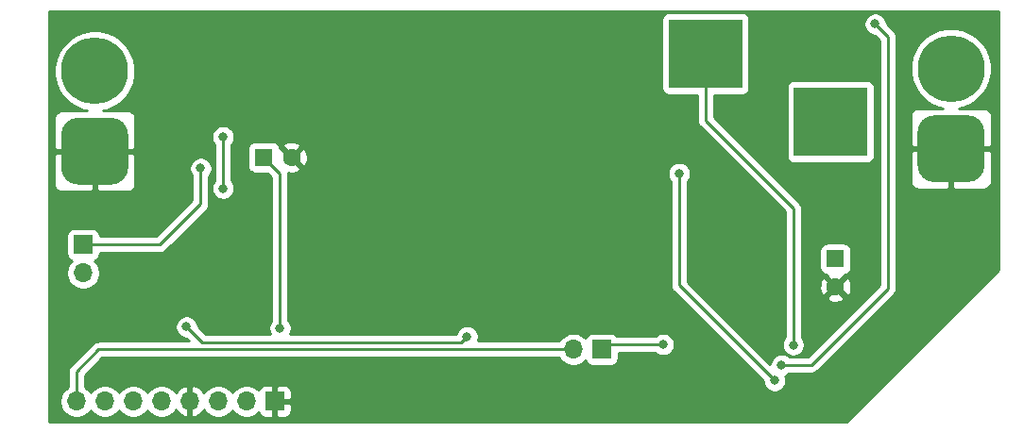
<source format=gbr>
%TF.GenerationSoftware,KiCad,Pcbnew,5.1.10*%
%TF.CreationDate,2021-11-10T11:07:09+01:00*%
%TF.ProjectId,Charging_Module,43686172-6769-46e6-975f-4d6f64756c65,rev?*%
%TF.SameCoordinates,Original*%
%TF.FileFunction,Copper,L2,Bot*%
%TF.FilePolarity,Positive*%
%FSLAX46Y46*%
G04 Gerber Fmt 4.6, Leading zero omitted, Abs format (unit mm)*
G04 Created by KiCad (PCBNEW 5.1.10) date 2021-11-10 11:07:09*
%MOMM*%
%LPD*%
G01*
G04 APERTURE LIST*
%TA.AperFunction,ComponentPad*%
%ADD10C,1.000000*%
%TD*%
%TA.AperFunction,SMDPad,CuDef*%
%ADD11R,6.598920X6.197600*%
%TD*%
%TA.AperFunction,ComponentPad*%
%ADD12C,6.000000*%
%TD*%
%TA.AperFunction,ComponentPad*%
%ADD13O,1.700000X1.700000*%
%TD*%
%TA.AperFunction,ComponentPad*%
%ADD14R,1.700000X1.700000*%
%TD*%
%TA.AperFunction,ComponentPad*%
%ADD15C,1.600000*%
%TD*%
%TA.AperFunction,ComponentPad*%
%ADD16R,1.600000X1.600000*%
%TD*%
%TA.AperFunction,ViaPad*%
%ADD17C,0.800000*%
%TD*%
%TA.AperFunction,Conductor*%
%ADD18C,0.250000*%
%TD*%
%TA.AperFunction,Conductor*%
%ADD19C,0.254000*%
%TD*%
%TA.AperFunction,Conductor*%
%ADD20C,0.100000*%
%TD*%
G04 APERTURE END LIST*
D10*
%TO.P,Q3,2*%
%TO.N,Net-(C5-Pad2)*%
X136940000Y-33660000D03*
X136940000Y-34930000D03*
X136940000Y-36200000D03*
X136940000Y-37470000D03*
X136940000Y-38740000D03*
X135670000Y-38740000D03*
X135670000Y-37470000D03*
X135670000Y-36200000D03*
X135670000Y-34930000D03*
X135670000Y-33660000D03*
X134400000Y-33660000D03*
X134400000Y-34930000D03*
X134400000Y-36200000D03*
X134400000Y-37470000D03*
X134400000Y-38740000D03*
X133130000Y-38740000D03*
X133130000Y-37470000D03*
X133130000Y-36200000D03*
X133130000Y-34930000D03*
X133130000Y-33660000D03*
X131860000Y-33660000D03*
X131860000Y-34930000D03*
X131860000Y-36200000D03*
X131860000Y-37470000D03*
X131860000Y-38740000D03*
D11*
X134400000Y-36200000D03*
%TD*%
D10*
%TO.P,Q2,2*%
%TO.N,/VIN*%
X143060000Y-44840000D03*
X143060000Y-43570000D03*
X143060000Y-42300000D03*
X143060000Y-41030000D03*
X143060000Y-39760000D03*
X144330000Y-39760000D03*
X144330000Y-41030000D03*
X144330000Y-42300000D03*
X144330000Y-43570000D03*
X144330000Y-44840000D03*
X145600000Y-44840000D03*
X145600000Y-43570000D03*
X145600000Y-42300000D03*
X145600000Y-41030000D03*
X145600000Y-39760000D03*
X146870000Y-39760000D03*
X146870000Y-41030000D03*
X146870000Y-42300000D03*
X146870000Y-43570000D03*
X146870000Y-44840000D03*
X148140000Y-44840000D03*
X148140000Y-43570000D03*
X148140000Y-42300000D03*
X148140000Y-41030000D03*
X148140000Y-39760000D03*
D11*
X145600000Y-42300000D03*
%TD*%
%TO.P,J5,1*%
%TO.N,GND*%
%TA.AperFunction,ComponentPad*%
G36*
G01*
X81150000Y-47950000D02*
X78150000Y-47950000D01*
G75*
G02*
X76650000Y-46450000I0J1500000D01*
G01*
X76650000Y-43450000D01*
G75*
G02*
X78150000Y-41950000I1500000J0D01*
G01*
X81150000Y-41950000D01*
G75*
G02*
X82650000Y-43450000I0J-1500000D01*
G01*
X82650000Y-46450000D01*
G75*
G02*
X81150000Y-47950000I-1500000J0D01*
G01*
G37*
%TD.AperFunction*%
D12*
%TO.P,J5,2*%
%TO.N,/VOUT*%
X79650000Y-37750000D03*
%TD*%
D13*
%TO.P,J4,2*%
%TO.N,Net-(D3-Pad2)*%
X78613000Y-55880000D03*
D14*
%TO.P,J4,1*%
%TO.N,Net-(J4-Pad1)*%
X78613000Y-53340000D03*
%TD*%
%TO.P,J3,1*%
%TO.N,GND*%
%TA.AperFunction,ComponentPad*%
G36*
G01*
X157900000Y-47730000D02*
X154900000Y-47730000D01*
G75*
G02*
X153400000Y-46230000I0J1500000D01*
G01*
X153400000Y-43230000D01*
G75*
G02*
X154900000Y-41730000I1500000J0D01*
G01*
X157900000Y-41730000D01*
G75*
G02*
X159400000Y-43230000I0J-1500000D01*
G01*
X159400000Y-46230000D01*
G75*
G02*
X157900000Y-47730000I-1500000J0D01*
G01*
G37*
%TD.AperFunction*%
D12*
%TO.P,J3,2*%
%TO.N,/VIN*%
X156400000Y-37530000D03*
%TD*%
D13*
%TO.P,J2,2*%
%TO.N,Net-(J1-Pad8)*%
X122555000Y-62738000D03*
D14*
%TO.P,J2,1*%
%TO.N,/EN*%
X125095000Y-62738000D03*
%TD*%
D13*
%TO.P,J1,8*%
%TO.N,Net-(J1-Pad8)*%
X78020000Y-67400000D03*
%TO.P,J1,7*%
%TO.N,/SCL*%
X80560000Y-67400000D03*
%TO.P,J1,6*%
%TO.N,/SDA*%
X83100000Y-67400000D03*
%TO.P,J1,5*%
%TO.N,+3V3*%
X85640000Y-67400000D03*
%TO.P,J1,4*%
%TO.N,GND*%
X88180000Y-67400000D03*
%TO.P,J1,3*%
%TO.N,/IOUT*%
X90720000Y-67400000D03*
%TO.P,J1,2*%
%TO.N,/VINDIV*%
X93260000Y-67400000D03*
D14*
%TO.P,J1,1*%
%TO.N,GND*%
X95800000Y-67400000D03*
%TD*%
D15*
%TO.P,C10,2*%
%TO.N,GND*%
X97300000Y-45500000D03*
D16*
%TO.P,C10,1*%
%TO.N,Net-(C10-Pad1)*%
X94800000Y-45500000D03*
%TD*%
D15*
%TO.P,C4,2*%
%TO.N,GND*%
X146050000Y-57110000D03*
D16*
%TO.P,C4,1*%
%TO.N,/VIN*%
X146050000Y-54610000D03*
%TD*%
D17*
%TO.N,GND*%
X106680000Y-64770000D03*
X92710000Y-53340000D03*
X102870000Y-44450000D03*
X134620000Y-63500000D03*
X130800000Y-59700000D03*
X138600000Y-58600000D03*
X130400000Y-64600000D03*
%TO.N,Net-(C5-Pad2)*%
X142262500Y-62337500D03*
%TO.N,Net-(C7-Pad2)*%
X87884000Y-60706000D03*
X113030000Y-61595000D03*
%TO.N,Net-(C10-Pad1)*%
X96266000Y-60833000D03*
%TO.N,/IOUT*%
X91158500Y-48287500D03*
X91158500Y-43660500D03*
%TO.N,/EN*%
X130600000Y-62300000D03*
%TO.N,Net-(J4-Pad1)*%
X89154000Y-46482000D03*
%TO.N,Net-(Q2-Pad1)*%
X149606000Y-33528000D03*
X141224000Y-64135000D03*
%TO.N,Net-(Q3-Pad1)*%
X132027640Y-46937640D03*
X140589000Y-65532000D03*
%TD*%
D18*
%TO.N,Net-(C5-Pad2)*%
X142262500Y-62337500D02*
X142262500Y-50062500D01*
X134400000Y-42200000D02*
X134400000Y-36200000D01*
X142262500Y-50062500D02*
X134400000Y-42200000D01*
%TO.N,Net-(C7-Pad2)*%
X87884000Y-60706000D02*
X89281000Y-62103000D01*
X89281000Y-62103000D02*
X112522000Y-62103000D01*
X112522000Y-62103000D02*
X113030000Y-61595000D01*
X113030000Y-61595000D02*
X113030000Y-61595000D01*
%TO.N,Net-(C10-Pad1)*%
X96266000Y-46966000D02*
X94800000Y-45500000D01*
X96266000Y-60833000D02*
X96266000Y-46966000D01*
%TO.N,/IOUT*%
X91158500Y-48287500D02*
X91158500Y-43660500D01*
X91158500Y-43660500D02*
X91158500Y-43660500D01*
%TO.N,/EN*%
X125533000Y-62300000D02*
X125095000Y-62738000D01*
X130600000Y-62300000D02*
X125533000Y-62300000D01*
%TO.N,Net-(J4-Pad1)*%
X89154000Y-46482000D02*
X89154000Y-49657000D01*
X85471000Y-53340000D02*
X78613000Y-53340000D01*
X89154000Y-49657000D02*
X85471000Y-53340000D01*
%TO.N,Net-(Q2-Pad1)*%
X149606000Y-33528000D02*
X150749000Y-34671000D01*
X150749000Y-34671000D02*
X150749000Y-57277000D01*
X150749000Y-57277000D02*
X143891000Y-64135000D01*
X143891000Y-64135000D02*
X141224000Y-64135000D01*
X141224000Y-64135000D02*
X141224000Y-64135000D01*
%TO.N,Net-(Q3-Pad1)*%
X132027640Y-46937640D02*
X132027640Y-56970640D01*
X132027640Y-56970640D02*
X140589000Y-65532000D01*
X140589000Y-65532000D02*
X140589000Y-65532000D01*
%TO.N,Net-(J1-Pad8)*%
X78020000Y-67400000D02*
X78020000Y-64728000D01*
X80010000Y-62738000D02*
X122555000Y-62738000D01*
X78020000Y-64728000D02*
X80010000Y-62738000D01*
%TD*%
D19*
%TO.N,GND*%
X160630000Y-55606619D02*
X147046620Y-69190000D01*
X75590000Y-69190000D01*
X75590000Y-67253740D01*
X76535000Y-67253740D01*
X76535000Y-67546260D01*
X76592068Y-67833158D01*
X76704010Y-68103411D01*
X76866525Y-68346632D01*
X77073368Y-68553475D01*
X77316589Y-68715990D01*
X77586842Y-68827932D01*
X77873740Y-68885000D01*
X78166260Y-68885000D01*
X78453158Y-68827932D01*
X78723411Y-68715990D01*
X78966632Y-68553475D01*
X79173475Y-68346632D01*
X79290000Y-68172240D01*
X79406525Y-68346632D01*
X79613368Y-68553475D01*
X79856589Y-68715990D01*
X80126842Y-68827932D01*
X80413740Y-68885000D01*
X80706260Y-68885000D01*
X80993158Y-68827932D01*
X81263411Y-68715990D01*
X81506632Y-68553475D01*
X81713475Y-68346632D01*
X81830000Y-68172240D01*
X81946525Y-68346632D01*
X82153368Y-68553475D01*
X82396589Y-68715990D01*
X82666842Y-68827932D01*
X82953740Y-68885000D01*
X83246260Y-68885000D01*
X83533158Y-68827932D01*
X83803411Y-68715990D01*
X84046632Y-68553475D01*
X84253475Y-68346632D01*
X84370000Y-68172240D01*
X84486525Y-68346632D01*
X84693368Y-68553475D01*
X84936589Y-68715990D01*
X85206842Y-68827932D01*
X85493740Y-68885000D01*
X85786260Y-68885000D01*
X86073158Y-68827932D01*
X86343411Y-68715990D01*
X86586632Y-68553475D01*
X86793475Y-68346632D01*
X86915195Y-68164466D01*
X86984822Y-68281355D01*
X87179731Y-68497588D01*
X87413080Y-68671641D01*
X87675901Y-68796825D01*
X87823110Y-68841476D01*
X88053000Y-68720155D01*
X88053000Y-67527000D01*
X88033000Y-67527000D01*
X88033000Y-67273000D01*
X88053000Y-67273000D01*
X88053000Y-66079845D01*
X88307000Y-66079845D01*
X88307000Y-67273000D01*
X88327000Y-67273000D01*
X88327000Y-67527000D01*
X88307000Y-67527000D01*
X88307000Y-68720155D01*
X88536890Y-68841476D01*
X88684099Y-68796825D01*
X88946920Y-68671641D01*
X89180269Y-68497588D01*
X89375178Y-68281355D01*
X89444805Y-68164466D01*
X89566525Y-68346632D01*
X89773368Y-68553475D01*
X90016589Y-68715990D01*
X90286842Y-68827932D01*
X90573740Y-68885000D01*
X90866260Y-68885000D01*
X91153158Y-68827932D01*
X91423411Y-68715990D01*
X91666632Y-68553475D01*
X91873475Y-68346632D01*
X91990000Y-68172240D01*
X92106525Y-68346632D01*
X92313368Y-68553475D01*
X92556589Y-68715990D01*
X92826842Y-68827932D01*
X93113740Y-68885000D01*
X93406260Y-68885000D01*
X93693158Y-68827932D01*
X93963411Y-68715990D01*
X94206632Y-68553475D01*
X94338487Y-68421620D01*
X94360498Y-68494180D01*
X94419463Y-68604494D01*
X94498815Y-68701185D01*
X94595506Y-68780537D01*
X94705820Y-68839502D01*
X94825518Y-68875812D01*
X94950000Y-68888072D01*
X95514250Y-68885000D01*
X95673000Y-68726250D01*
X95673000Y-67527000D01*
X95927000Y-67527000D01*
X95927000Y-68726250D01*
X96085750Y-68885000D01*
X96650000Y-68888072D01*
X96774482Y-68875812D01*
X96894180Y-68839502D01*
X97004494Y-68780537D01*
X97101185Y-68701185D01*
X97180537Y-68604494D01*
X97239502Y-68494180D01*
X97275812Y-68374482D01*
X97288072Y-68250000D01*
X97285000Y-67685750D01*
X97126250Y-67527000D01*
X95927000Y-67527000D01*
X95673000Y-67527000D01*
X95653000Y-67527000D01*
X95653000Y-67273000D01*
X95673000Y-67273000D01*
X95673000Y-66073750D01*
X95927000Y-66073750D01*
X95927000Y-67273000D01*
X97126250Y-67273000D01*
X97285000Y-67114250D01*
X97288072Y-66550000D01*
X97275812Y-66425518D01*
X97239502Y-66305820D01*
X97180537Y-66195506D01*
X97101185Y-66098815D01*
X97004494Y-66019463D01*
X96894180Y-65960498D01*
X96774482Y-65924188D01*
X96650000Y-65911928D01*
X96085750Y-65915000D01*
X95927000Y-66073750D01*
X95673000Y-66073750D01*
X95514250Y-65915000D01*
X94950000Y-65911928D01*
X94825518Y-65924188D01*
X94705820Y-65960498D01*
X94595506Y-66019463D01*
X94498815Y-66098815D01*
X94419463Y-66195506D01*
X94360498Y-66305820D01*
X94338487Y-66378380D01*
X94206632Y-66246525D01*
X93963411Y-66084010D01*
X93693158Y-65972068D01*
X93406260Y-65915000D01*
X93113740Y-65915000D01*
X92826842Y-65972068D01*
X92556589Y-66084010D01*
X92313368Y-66246525D01*
X92106525Y-66453368D01*
X91990000Y-66627760D01*
X91873475Y-66453368D01*
X91666632Y-66246525D01*
X91423411Y-66084010D01*
X91153158Y-65972068D01*
X90866260Y-65915000D01*
X90573740Y-65915000D01*
X90286842Y-65972068D01*
X90016589Y-66084010D01*
X89773368Y-66246525D01*
X89566525Y-66453368D01*
X89444805Y-66635534D01*
X89375178Y-66518645D01*
X89180269Y-66302412D01*
X88946920Y-66128359D01*
X88684099Y-66003175D01*
X88536890Y-65958524D01*
X88307000Y-66079845D01*
X88053000Y-66079845D01*
X87823110Y-65958524D01*
X87675901Y-66003175D01*
X87413080Y-66128359D01*
X87179731Y-66302412D01*
X86984822Y-66518645D01*
X86915195Y-66635534D01*
X86793475Y-66453368D01*
X86586632Y-66246525D01*
X86343411Y-66084010D01*
X86073158Y-65972068D01*
X85786260Y-65915000D01*
X85493740Y-65915000D01*
X85206842Y-65972068D01*
X84936589Y-66084010D01*
X84693368Y-66246525D01*
X84486525Y-66453368D01*
X84370000Y-66627760D01*
X84253475Y-66453368D01*
X84046632Y-66246525D01*
X83803411Y-66084010D01*
X83533158Y-65972068D01*
X83246260Y-65915000D01*
X82953740Y-65915000D01*
X82666842Y-65972068D01*
X82396589Y-66084010D01*
X82153368Y-66246525D01*
X81946525Y-66453368D01*
X81830000Y-66627760D01*
X81713475Y-66453368D01*
X81506632Y-66246525D01*
X81263411Y-66084010D01*
X80993158Y-65972068D01*
X80706260Y-65915000D01*
X80413740Y-65915000D01*
X80126842Y-65972068D01*
X79856589Y-66084010D01*
X79613368Y-66246525D01*
X79406525Y-66453368D01*
X79290000Y-66627760D01*
X79173475Y-66453368D01*
X78966632Y-66246525D01*
X78780000Y-66121822D01*
X78780000Y-65042801D01*
X80324802Y-63498000D01*
X121276822Y-63498000D01*
X121401525Y-63684632D01*
X121608368Y-63891475D01*
X121851589Y-64053990D01*
X122121842Y-64165932D01*
X122408740Y-64223000D01*
X122701260Y-64223000D01*
X122988158Y-64165932D01*
X123258411Y-64053990D01*
X123501632Y-63891475D01*
X123633487Y-63759620D01*
X123655498Y-63832180D01*
X123714463Y-63942494D01*
X123793815Y-64039185D01*
X123890506Y-64118537D01*
X124000820Y-64177502D01*
X124120518Y-64213812D01*
X124245000Y-64226072D01*
X125945000Y-64226072D01*
X126069482Y-64213812D01*
X126189180Y-64177502D01*
X126299494Y-64118537D01*
X126396185Y-64039185D01*
X126475537Y-63942494D01*
X126534502Y-63832180D01*
X126570812Y-63712482D01*
X126583072Y-63588000D01*
X126583072Y-63060000D01*
X129896289Y-63060000D01*
X129940226Y-63103937D01*
X130109744Y-63217205D01*
X130298102Y-63295226D01*
X130498061Y-63335000D01*
X130701939Y-63335000D01*
X130901898Y-63295226D01*
X131090256Y-63217205D01*
X131259774Y-63103937D01*
X131403937Y-62959774D01*
X131517205Y-62790256D01*
X131595226Y-62601898D01*
X131635000Y-62401939D01*
X131635000Y-62198061D01*
X131595226Y-61998102D01*
X131517205Y-61809744D01*
X131403937Y-61640226D01*
X131259774Y-61496063D01*
X131090256Y-61382795D01*
X130901898Y-61304774D01*
X130701939Y-61265000D01*
X130498061Y-61265000D01*
X130298102Y-61304774D01*
X130109744Y-61382795D01*
X129940226Y-61496063D01*
X129896289Y-61540000D01*
X126479008Y-61540000D01*
X126475537Y-61533506D01*
X126396185Y-61436815D01*
X126299494Y-61357463D01*
X126189180Y-61298498D01*
X126069482Y-61262188D01*
X125945000Y-61249928D01*
X124245000Y-61249928D01*
X124120518Y-61262188D01*
X124000820Y-61298498D01*
X123890506Y-61357463D01*
X123793815Y-61436815D01*
X123714463Y-61533506D01*
X123655498Y-61643820D01*
X123633487Y-61716380D01*
X123501632Y-61584525D01*
X123258411Y-61422010D01*
X122988158Y-61310068D01*
X122701260Y-61253000D01*
X122408740Y-61253000D01*
X122121842Y-61310068D01*
X121851589Y-61422010D01*
X121608368Y-61584525D01*
X121401525Y-61791368D01*
X121276822Y-61978000D01*
X113991632Y-61978000D01*
X114025226Y-61896898D01*
X114065000Y-61696939D01*
X114065000Y-61493061D01*
X114025226Y-61293102D01*
X113947205Y-61104744D01*
X113833937Y-60935226D01*
X113689774Y-60791063D01*
X113520256Y-60677795D01*
X113331898Y-60599774D01*
X113131939Y-60560000D01*
X112928061Y-60560000D01*
X112728102Y-60599774D01*
X112539744Y-60677795D01*
X112370226Y-60791063D01*
X112226063Y-60935226D01*
X112112795Y-61104744D01*
X112034774Y-61293102D01*
X112024849Y-61343000D01*
X97170013Y-61343000D01*
X97183205Y-61323256D01*
X97261226Y-61134898D01*
X97301000Y-60934939D01*
X97301000Y-60731061D01*
X97261226Y-60531102D01*
X97183205Y-60342744D01*
X97069937Y-60173226D01*
X97026000Y-60129289D01*
X97026000Y-47003322D01*
X97029676Y-46965999D01*
X97026000Y-46928676D01*
X97026000Y-46928667D01*
X97024187Y-46910258D01*
X97088184Y-46926300D01*
X97370512Y-46940217D01*
X97650130Y-46898787D01*
X97826536Y-46835701D01*
X130992640Y-46835701D01*
X130992640Y-47039579D01*
X131032414Y-47239538D01*
X131110435Y-47427896D01*
X131223703Y-47597414D01*
X131267640Y-47641351D01*
X131267641Y-56933308D01*
X131263964Y-56970640D01*
X131267641Y-57007973D01*
X131278638Y-57119626D01*
X131291820Y-57163082D01*
X131322094Y-57262886D01*
X131392666Y-57394916D01*
X131463841Y-57481642D01*
X131487640Y-57510641D01*
X131516638Y-57534439D01*
X139554000Y-65571803D01*
X139554000Y-65633939D01*
X139593774Y-65833898D01*
X139671795Y-66022256D01*
X139785063Y-66191774D01*
X139929226Y-66335937D01*
X140098744Y-66449205D01*
X140287102Y-66527226D01*
X140487061Y-66567000D01*
X140690939Y-66567000D01*
X140890898Y-66527226D01*
X141079256Y-66449205D01*
X141248774Y-66335937D01*
X141392937Y-66191774D01*
X141506205Y-66022256D01*
X141584226Y-65833898D01*
X141624000Y-65633939D01*
X141624000Y-65430061D01*
X141584226Y-65230102D01*
X141540372Y-65124231D01*
X141714256Y-65052205D01*
X141883774Y-64938937D01*
X141927711Y-64895000D01*
X143853678Y-64895000D01*
X143891000Y-64898676D01*
X143928322Y-64895000D01*
X143928333Y-64895000D01*
X144039986Y-64884003D01*
X144183247Y-64840546D01*
X144315276Y-64769974D01*
X144431001Y-64675001D01*
X144454804Y-64645997D01*
X151260003Y-57840799D01*
X151289001Y-57817001D01*
X151383974Y-57701276D01*
X151454546Y-57569247D01*
X151498003Y-57425986D01*
X151509000Y-57314333D01*
X151512677Y-57277000D01*
X151509000Y-57239667D01*
X151509000Y-47730000D01*
X152761928Y-47730000D01*
X152774188Y-47854482D01*
X152810498Y-47974180D01*
X152869463Y-48084494D01*
X152948815Y-48181185D01*
X153045506Y-48260537D01*
X153155820Y-48319502D01*
X153275518Y-48355812D01*
X153400000Y-48368072D01*
X156114250Y-48365000D01*
X156273000Y-48206250D01*
X156273000Y-44857000D01*
X156527000Y-44857000D01*
X156527000Y-48206250D01*
X156685750Y-48365000D01*
X159400000Y-48368072D01*
X159524482Y-48355812D01*
X159644180Y-48319502D01*
X159754494Y-48260537D01*
X159851185Y-48181185D01*
X159930537Y-48084494D01*
X159989502Y-47974180D01*
X160025812Y-47854482D01*
X160038072Y-47730000D01*
X160035000Y-45015750D01*
X159876250Y-44857000D01*
X156527000Y-44857000D01*
X156273000Y-44857000D01*
X152923750Y-44857000D01*
X152765000Y-45015750D01*
X152761928Y-47730000D01*
X151509000Y-47730000D01*
X151509000Y-41730000D01*
X152761928Y-41730000D01*
X152765000Y-44444250D01*
X152923750Y-44603000D01*
X156273000Y-44603000D01*
X156273000Y-44583000D01*
X156527000Y-44583000D01*
X156527000Y-44603000D01*
X159876250Y-44603000D01*
X160035000Y-44444250D01*
X160038072Y-41730000D01*
X160025812Y-41605518D01*
X159989502Y-41485820D01*
X159930537Y-41375506D01*
X159851185Y-41278815D01*
X159754494Y-41199463D01*
X159644180Y-41140498D01*
X159524482Y-41104188D01*
X159400000Y-41091928D01*
X157112357Y-41094517D01*
X157460290Y-41025309D01*
X158121818Y-40751295D01*
X158717177Y-40353489D01*
X159223489Y-39847177D01*
X159621295Y-39251818D01*
X159895309Y-38590290D01*
X160035000Y-37888016D01*
X160035000Y-37171984D01*
X159895309Y-36469710D01*
X159621295Y-35808182D01*
X159223489Y-35212823D01*
X158717177Y-34706511D01*
X158121818Y-34308705D01*
X157460290Y-34034691D01*
X156758016Y-33895000D01*
X156041984Y-33895000D01*
X155339710Y-34034691D01*
X154678182Y-34308705D01*
X154082823Y-34706511D01*
X153576511Y-35212823D01*
X153178705Y-35808182D01*
X152904691Y-36469710D01*
X152765000Y-37171984D01*
X152765000Y-37888016D01*
X152904691Y-38590290D01*
X153178705Y-39251818D01*
X153576511Y-39847177D01*
X154082823Y-40353489D01*
X154678182Y-40751295D01*
X155339710Y-41025309D01*
X155687643Y-41094517D01*
X153400000Y-41091928D01*
X153275518Y-41104188D01*
X153155820Y-41140498D01*
X153045506Y-41199463D01*
X152948815Y-41278815D01*
X152869463Y-41375506D01*
X152810498Y-41485820D01*
X152774188Y-41605518D01*
X152761928Y-41730000D01*
X151509000Y-41730000D01*
X151509000Y-34708322D01*
X151512676Y-34670999D01*
X151509000Y-34633676D01*
X151509000Y-34633667D01*
X151498003Y-34522014D01*
X151454546Y-34378753D01*
X151383975Y-34246725D01*
X151383974Y-34246723D01*
X151312799Y-34159997D01*
X151289001Y-34130999D01*
X151260004Y-34107202D01*
X150641000Y-33488199D01*
X150641000Y-33426061D01*
X150601226Y-33226102D01*
X150523205Y-33037744D01*
X150409937Y-32868226D01*
X150265774Y-32724063D01*
X150096256Y-32610795D01*
X149907898Y-32532774D01*
X149707939Y-32493000D01*
X149504061Y-32493000D01*
X149304102Y-32532774D01*
X149115744Y-32610795D01*
X148946226Y-32724063D01*
X148802063Y-32868226D01*
X148688795Y-33037744D01*
X148610774Y-33226102D01*
X148571000Y-33426061D01*
X148571000Y-33629939D01*
X148610774Y-33829898D01*
X148688795Y-34018256D01*
X148802063Y-34187774D01*
X148946226Y-34331937D01*
X149115744Y-34445205D01*
X149304102Y-34523226D01*
X149504061Y-34563000D01*
X149566199Y-34563000D01*
X149989000Y-34985802D01*
X149989001Y-56962197D01*
X143576199Y-63375000D01*
X141927711Y-63375000D01*
X141883774Y-63331063D01*
X141714256Y-63217795D01*
X141525898Y-63139774D01*
X141325939Y-63100000D01*
X141122061Y-63100000D01*
X140922102Y-63139774D01*
X140733744Y-63217795D01*
X140564226Y-63331063D01*
X140420063Y-63475226D01*
X140306795Y-63644744D01*
X140228774Y-63833102D01*
X140189000Y-64033061D01*
X140189000Y-64057197D01*
X132787640Y-56655839D01*
X132787640Y-47641351D01*
X132831577Y-47597414D01*
X132944845Y-47427896D01*
X133022866Y-47239538D01*
X133062640Y-47039579D01*
X133062640Y-46835701D01*
X133022866Y-46635742D01*
X132944845Y-46447384D01*
X132831577Y-46277866D01*
X132687414Y-46133703D01*
X132517896Y-46020435D01*
X132329538Y-45942414D01*
X132129579Y-45902640D01*
X131925701Y-45902640D01*
X131725742Y-45942414D01*
X131537384Y-46020435D01*
X131367866Y-46133703D01*
X131223703Y-46277866D01*
X131110435Y-46447384D01*
X131032414Y-46635742D01*
X130992640Y-46835701D01*
X97826536Y-46835701D01*
X97916292Y-46803603D01*
X98041514Y-46736671D01*
X98113097Y-46492702D01*
X97300000Y-45679605D01*
X97285858Y-45693748D01*
X97106253Y-45514143D01*
X97120395Y-45500000D01*
X97479605Y-45500000D01*
X98292702Y-46313097D01*
X98536671Y-46241514D01*
X98657571Y-45986004D01*
X98726300Y-45711816D01*
X98740217Y-45429488D01*
X98698787Y-45149870D01*
X98603603Y-44883708D01*
X98536671Y-44758486D01*
X98292702Y-44686903D01*
X97479605Y-45500000D01*
X97120395Y-45500000D01*
X96307298Y-44686903D01*
X96238072Y-44707215D01*
X96238072Y-44700000D01*
X96225812Y-44575518D01*
X96205118Y-44507298D01*
X96486903Y-44507298D01*
X97300000Y-45320395D01*
X98113097Y-44507298D01*
X98041514Y-44263329D01*
X97786004Y-44142429D01*
X97511816Y-44073700D01*
X97229488Y-44059783D01*
X96949870Y-44101213D01*
X96683708Y-44196397D01*
X96558486Y-44263329D01*
X96486903Y-44507298D01*
X96205118Y-44507298D01*
X96189502Y-44455820D01*
X96130537Y-44345506D01*
X96051185Y-44248815D01*
X95954494Y-44169463D01*
X95844180Y-44110498D01*
X95724482Y-44074188D01*
X95600000Y-44061928D01*
X94000000Y-44061928D01*
X93875518Y-44074188D01*
X93755820Y-44110498D01*
X93645506Y-44169463D01*
X93548815Y-44248815D01*
X93469463Y-44345506D01*
X93410498Y-44455820D01*
X93374188Y-44575518D01*
X93361928Y-44700000D01*
X93361928Y-46300000D01*
X93374188Y-46424482D01*
X93410498Y-46544180D01*
X93469463Y-46654494D01*
X93548815Y-46751185D01*
X93645506Y-46830537D01*
X93755820Y-46889502D01*
X93875518Y-46925812D01*
X94000000Y-46938072D01*
X95163270Y-46938072D01*
X95506001Y-47280803D01*
X95506000Y-60129289D01*
X95462063Y-60173226D01*
X95348795Y-60342744D01*
X95270774Y-60531102D01*
X95231000Y-60731061D01*
X95231000Y-60934939D01*
X95270774Y-61134898D01*
X95348795Y-61323256D01*
X95361987Y-61343000D01*
X89595802Y-61343000D01*
X88919000Y-60666199D01*
X88919000Y-60604061D01*
X88879226Y-60404102D01*
X88801205Y-60215744D01*
X88687937Y-60046226D01*
X88543774Y-59902063D01*
X88374256Y-59788795D01*
X88185898Y-59710774D01*
X87985939Y-59671000D01*
X87782061Y-59671000D01*
X87582102Y-59710774D01*
X87393744Y-59788795D01*
X87224226Y-59902063D01*
X87080063Y-60046226D01*
X86966795Y-60215744D01*
X86888774Y-60404102D01*
X86849000Y-60604061D01*
X86849000Y-60807939D01*
X86888774Y-61007898D01*
X86966795Y-61196256D01*
X87080063Y-61365774D01*
X87224226Y-61509937D01*
X87393744Y-61623205D01*
X87582102Y-61701226D01*
X87782061Y-61741000D01*
X87844199Y-61741000D01*
X88081198Y-61978000D01*
X80047322Y-61978000D01*
X80010000Y-61974324D01*
X79972677Y-61978000D01*
X79972667Y-61978000D01*
X79861014Y-61988997D01*
X79717753Y-62032454D01*
X79585723Y-62103026D01*
X79546762Y-62135001D01*
X79469999Y-62197999D01*
X79446201Y-62226997D01*
X77508998Y-64164201D01*
X77480000Y-64187999D01*
X77456202Y-64216997D01*
X77456201Y-64216998D01*
X77385026Y-64303724D01*
X77314454Y-64435754D01*
X77295876Y-64497000D01*
X77276986Y-64559276D01*
X77270998Y-64579015D01*
X77256324Y-64728000D01*
X77260001Y-64765332D01*
X77260000Y-66121821D01*
X77073368Y-66246525D01*
X76866525Y-66453368D01*
X76704010Y-66696589D01*
X76592068Y-66966842D01*
X76535000Y-67253740D01*
X75590000Y-67253740D01*
X75590000Y-52490000D01*
X77124928Y-52490000D01*
X77124928Y-54190000D01*
X77137188Y-54314482D01*
X77173498Y-54434180D01*
X77232463Y-54544494D01*
X77311815Y-54641185D01*
X77408506Y-54720537D01*
X77518820Y-54779502D01*
X77591380Y-54801513D01*
X77459525Y-54933368D01*
X77297010Y-55176589D01*
X77185068Y-55446842D01*
X77128000Y-55733740D01*
X77128000Y-56026260D01*
X77185068Y-56313158D01*
X77297010Y-56583411D01*
X77459525Y-56826632D01*
X77666368Y-57033475D01*
X77909589Y-57195990D01*
X78179842Y-57307932D01*
X78466740Y-57365000D01*
X78759260Y-57365000D01*
X79046158Y-57307932D01*
X79316411Y-57195990D01*
X79559632Y-57033475D01*
X79766475Y-56826632D01*
X79928990Y-56583411D01*
X80040932Y-56313158D01*
X80098000Y-56026260D01*
X80098000Y-55733740D01*
X80040932Y-55446842D01*
X79928990Y-55176589D01*
X79766475Y-54933368D01*
X79634620Y-54801513D01*
X79707180Y-54779502D01*
X79817494Y-54720537D01*
X79914185Y-54641185D01*
X79993537Y-54544494D01*
X80052502Y-54434180D01*
X80088812Y-54314482D01*
X80101072Y-54190000D01*
X80101072Y-54100000D01*
X85433678Y-54100000D01*
X85471000Y-54103676D01*
X85508322Y-54100000D01*
X85508333Y-54100000D01*
X85619986Y-54089003D01*
X85763247Y-54045546D01*
X85895276Y-53974974D01*
X86011001Y-53880001D01*
X86034804Y-53850997D01*
X89665003Y-50220799D01*
X89694001Y-50197001D01*
X89788974Y-50081276D01*
X89859546Y-49949247D01*
X89903003Y-49805986D01*
X89914000Y-49694333D01*
X89917677Y-49657000D01*
X89914000Y-49619667D01*
X89914000Y-47185711D01*
X89957937Y-47141774D01*
X90071205Y-46972256D01*
X90149226Y-46783898D01*
X90189000Y-46583939D01*
X90189000Y-46380061D01*
X90149226Y-46180102D01*
X90071205Y-45991744D01*
X89957937Y-45822226D01*
X89813774Y-45678063D01*
X89644256Y-45564795D01*
X89455898Y-45486774D01*
X89255939Y-45447000D01*
X89052061Y-45447000D01*
X88852102Y-45486774D01*
X88663744Y-45564795D01*
X88494226Y-45678063D01*
X88350063Y-45822226D01*
X88236795Y-45991744D01*
X88158774Y-46180102D01*
X88119000Y-46380061D01*
X88119000Y-46583939D01*
X88158774Y-46783898D01*
X88236795Y-46972256D01*
X88350063Y-47141774D01*
X88394000Y-47185711D01*
X88394001Y-49342197D01*
X85156199Y-52580000D01*
X80101072Y-52580000D01*
X80101072Y-52490000D01*
X80088812Y-52365518D01*
X80052502Y-52245820D01*
X79993537Y-52135506D01*
X79914185Y-52038815D01*
X79817494Y-51959463D01*
X79707180Y-51900498D01*
X79587482Y-51864188D01*
X79463000Y-51851928D01*
X77763000Y-51851928D01*
X77638518Y-51864188D01*
X77518820Y-51900498D01*
X77408506Y-51959463D01*
X77311815Y-52038815D01*
X77232463Y-52135506D01*
X77173498Y-52245820D01*
X77137188Y-52365518D01*
X77124928Y-52490000D01*
X75590000Y-52490000D01*
X75590000Y-47950000D01*
X76011928Y-47950000D01*
X76024188Y-48074482D01*
X76060498Y-48194180D01*
X76119463Y-48304494D01*
X76198815Y-48401185D01*
X76295506Y-48480537D01*
X76405820Y-48539502D01*
X76525518Y-48575812D01*
X76650000Y-48588072D01*
X79364250Y-48585000D01*
X79523000Y-48426250D01*
X79523000Y-45077000D01*
X79777000Y-45077000D01*
X79777000Y-48426250D01*
X79935750Y-48585000D01*
X82650000Y-48588072D01*
X82774482Y-48575812D01*
X82894180Y-48539502D01*
X83004494Y-48480537D01*
X83101185Y-48401185D01*
X83180537Y-48304494D01*
X83239502Y-48194180D01*
X83275812Y-48074482D01*
X83288072Y-47950000D01*
X83285000Y-45235750D01*
X83126250Y-45077000D01*
X79777000Y-45077000D01*
X79523000Y-45077000D01*
X76173750Y-45077000D01*
X76015000Y-45235750D01*
X76011928Y-47950000D01*
X75590000Y-47950000D01*
X75590000Y-41950000D01*
X76011928Y-41950000D01*
X76015000Y-44664250D01*
X76173750Y-44823000D01*
X79523000Y-44823000D01*
X79523000Y-44803000D01*
X79777000Y-44803000D01*
X79777000Y-44823000D01*
X83126250Y-44823000D01*
X83285000Y-44664250D01*
X83286251Y-43558561D01*
X90123500Y-43558561D01*
X90123500Y-43762439D01*
X90163274Y-43962398D01*
X90241295Y-44150756D01*
X90354563Y-44320274D01*
X90398501Y-44364212D01*
X90398500Y-47583789D01*
X90354563Y-47627726D01*
X90241295Y-47797244D01*
X90163274Y-47985602D01*
X90123500Y-48185561D01*
X90123500Y-48389439D01*
X90163274Y-48589398D01*
X90241295Y-48777756D01*
X90354563Y-48947274D01*
X90498726Y-49091437D01*
X90668244Y-49204705D01*
X90856602Y-49282726D01*
X91056561Y-49322500D01*
X91260439Y-49322500D01*
X91460398Y-49282726D01*
X91648756Y-49204705D01*
X91818274Y-49091437D01*
X91962437Y-48947274D01*
X92075705Y-48777756D01*
X92153726Y-48589398D01*
X92193500Y-48389439D01*
X92193500Y-48185561D01*
X92153726Y-47985602D01*
X92075705Y-47797244D01*
X91962437Y-47627726D01*
X91918500Y-47583789D01*
X91918500Y-44364211D01*
X91962437Y-44320274D01*
X92075705Y-44150756D01*
X92153726Y-43962398D01*
X92193500Y-43762439D01*
X92193500Y-43558561D01*
X92153726Y-43358602D01*
X92075705Y-43170244D01*
X91962437Y-43000726D01*
X91818274Y-42856563D01*
X91648756Y-42743295D01*
X91460398Y-42665274D01*
X91260439Y-42625500D01*
X91056561Y-42625500D01*
X90856602Y-42665274D01*
X90668244Y-42743295D01*
X90498726Y-42856563D01*
X90354563Y-43000726D01*
X90241295Y-43170244D01*
X90163274Y-43358602D01*
X90123500Y-43558561D01*
X83286251Y-43558561D01*
X83288072Y-41950000D01*
X83275812Y-41825518D01*
X83239502Y-41705820D01*
X83180537Y-41595506D01*
X83101185Y-41498815D01*
X83004494Y-41419463D01*
X82894180Y-41360498D01*
X82774482Y-41324188D01*
X82650000Y-41311928D01*
X80362357Y-41314517D01*
X80710290Y-41245309D01*
X81371818Y-40971295D01*
X81967177Y-40573489D01*
X82473489Y-40067177D01*
X82871295Y-39471818D01*
X83145309Y-38810290D01*
X83285000Y-38108016D01*
X83285000Y-37391984D01*
X83145309Y-36689710D01*
X82871295Y-36028182D01*
X82473489Y-35432823D01*
X81967177Y-34926511D01*
X81371818Y-34528705D01*
X80710290Y-34254691D01*
X80008016Y-34115000D01*
X79291984Y-34115000D01*
X78589710Y-34254691D01*
X77928182Y-34528705D01*
X77332823Y-34926511D01*
X76826511Y-35432823D01*
X76428705Y-36028182D01*
X76154691Y-36689710D01*
X76015000Y-37391984D01*
X76015000Y-38108016D01*
X76154691Y-38810290D01*
X76428705Y-39471818D01*
X76826511Y-40067177D01*
X77332823Y-40573489D01*
X77928182Y-40971295D01*
X78589710Y-41245309D01*
X78937643Y-41314517D01*
X76650000Y-41311928D01*
X76525518Y-41324188D01*
X76405820Y-41360498D01*
X76295506Y-41419463D01*
X76198815Y-41498815D01*
X76119463Y-41595506D01*
X76060498Y-41705820D01*
X76024188Y-41825518D01*
X76011928Y-41950000D01*
X75590000Y-41950000D01*
X75590000Y-33101200D01*
X130462468Y-33101200D01*
X130462468Y-39298800D01*
X130474728Y-39423282D01*
X130511038Y-39542980D01*
X130570003Y-39653294D01*
X130649355Y-39749985D01*
X130746046Y-39829337D01*
X130856360Y-39888302D01*
X130976058Y-39924612D01*
X131100540Y-39936872D01*
X133640000Y-39936872D01*
X133640000Y-42162677D01*
X133636324Y-42200000D01*
X133640000Y-42237322D01*
X133640000Y-42237332D01*
X133650997Y-42348985D01*
X133670048Y-42411788D01*
X133694454Y-42492246D01*
X133765026Y-42624276D01*
X133798673Y-42665274D01*
X133859999Y-42740001D01*
X133889003Y-42763804D01*
X141502501Y-50377303D01*
X141502500Y-61633789D01*
X141458563Y-61677726D01*
X141345295Y-61847244D01*
X141267274Y-62035602D01*
X141227500Y-62235561D01*
X141227500Y-62439439D01*
X141267274Y-62639398D01*
X141345295Y-62827756D01*
X141458563Y-62997274D01*
X141602726Y-63141437D01*
X141772244Y-63254705D01*
X141960602Y-63332726D01*
X142160561Y-63372500D01*
X142364439Y-63372500D01*
X142564398Y-63332726D01*
X142752756Y-63254705D01*
X142922274Y-63141437D01*
X143066437Y-62997274D01*
X143179705Y-62827756D01*
X143257726Y-62639398D01*
X143297500Y-62439439D01*
X143297500Y-62235561D01*
X143257726Y-62035602D01*
X143179705Y-61847244D01*
X143066437Y-61677726D01*
X143022500Y-61633789D01*
X143022500Y-58102702D01*
X145236903Y-58102702D01*
X145308486Y-58346671D01*
X145563996Y-58467571D01*
X145838184Y-58536300D01*
X146120512Y-58550217D01*
X146400130Y-58508787D01*
X146666292Y-58413603D01*
X146791514Y-58346671D01*
X146863097Y-58102702D01*
X146050000Y-57289605D01*
X145236903Y-58102702D01*
X143022500Y-58102702D01*
X143022500Y-57180512D01*
X144609783Y-57180512D01*
X144651213Y-57460130D01*
X144746397Y-57726292D01*
X144813329Y-57851514D01*
X145057298Y-57923097D01*
X145870395Y-57110000D01*
X146229605Y-57110000D01*
X147042702Y-57923097D01*
X147286671Y-57851514D01*
X147407571Y-57596004D01*
X147476300Y-57321816D01*
X147490217Y-57039488D01*
X147448787Y-56759870D01*
X147353603Y-56493708D01*
X147286671Y-56368486D01*
X147042702Y-56296903D01*
X146229605Y-57110000D01*
X145870395Y-57110000D01*
X145057298Y-56296903D01*
X144813329Y-56368486D01*
X144692429Y-56623996D01*
X144623700Y-56898184D01*
X144609783Y-57180512D01*
X143022500Y-57180512D01*
X143022500Y-53810000D01*
X144611928Y-53810000D01*
X144611928Y-55410000D01*
X144624188Y-55534482D01*
X144660498Y-55654180D01*
X144719463Y-55764494D01*
X144798815Y-55861185D01*
X144895506Y-55940537D01*
X145005820Y-55999502D01*
X145125518Y-56035812D01*
X145250000Y-56048072D01*
X145257215Y-56048072D01*
X145236903Y-56117298D01*
X146050000Y-56930395D01*
X146863097Y-56117298D01*
X146842785Y-56048072D01*
X146850000Y-56048072D01*
X146974482Y-56035812D01*
X147094180Y-55999502D01*
X147204494Y-55940537D01*
X147301185Y-55861185D01*
X147380537Y-55764494D01*
X147439502Y-55654180D01*
X147475812Y-55534482D01*
X147488072Y-55410000D01*
X147488072Y-53810000D01*
X147475812Y-53685518D01*
X147439502Y-53565820D01*
X147380537Y-53455506D01*
X147301185Y-53358815D01*
X147204494Y-53279463D01*
X147094180Y-53220498D01*
X146974482Y-53184188D01*
X146850000Y-53171928D01*
X145250000Y-53171928D01*
X145125518Y-53184188D01*
X145005820Y-53220498D01*
X144895506Y-53279463D01*
X144798815Y-53358815D01*
X144719463Y-53455506D01*
X144660498Y-53565820D01*
X144624188Y-53685518D01*
X144611928Y-53810000D01*
X143022500Y-53810000D01*
X143022500Y-50099822D01*
X143026176Y-50062499D01*
X143022500Y-50025176D01*
X143022500Y-50025167D01*
X143011503Y-49913514D01*
X142968046Y-49770253D01*
X142897474Y-49638223D01*
X142826299Y-49551497D01*
X142802501Y-49522499D01*
X142773503Y-49498701D01*
X135160000Y-41885199D01*
X135160000Y-39936872D01*
X137699460Y-39936872D01*
X137823942Y-39924612D01*
X137943640Y-39888302D01*
X138053954Y-39829337D01*
X138150645Y-39749985D01*
X138229997Y-39653294D01*
X138288962Y-39542980D01*
X138325272Y-39423282D01*
X138337532Y-39298800D01*
X138337532Y-39201200D01*
X141662468Y-39201200D01*
X141662468Y-45398800D01*
X141674728Y-45523282D01*
X141711038Y-45642980D01*
X141770003Y-45753294D01*
X141849355Y-45849985D01*
X141946046Y-45929337D01*
X142056360Y-45988302D01*
X142176058Y-46024612D01*
X142300540Y-46036872D01*
X148899460Y-46036872D01*
X149023942Y-46024612D01*
X149143640Y-45988302D01*
X149253954Y-45929337D01*
X149350645Y-45849985D01*
X149429997Y-45753294D01*
X149488962Y-45642980D01*
X149525272Y-45523282D01*
X149537532Y-45398800D01*
X149537532Y-39201200D01*
X149525272Y-39076718D01*
X149488962Y-38957020D01*
X149429997Y-38846706D01*
X149350645Y-38750015D01*
X149253954Y-38670663D01*
X149143640Y-38611698D01*
X149023942Y-38575388D01*
X148899460Y-38563128D01*
X142300540Y-38563128D01*
X142176058Y-38575388D01*
X142056360Y-38611698D01*
X141946046Y-38670663D01*
X141849355Y-38750015D01*
X141770003Y-38846706D01*
X141711038Y-38957020D01*
X141674728Y-39076718D01*
X141662468Y-39201200D01*
X138337532Y-39201200D01*
X138337532Y-33101200D01*
X138325272Y-32976718D01*
X138288962Y-32857020D01*
X138229997Y-32746706D01*
X138150645Y-32650015D01*
X138053954Y-32570663D01*
X137943640Y-32511698D01*
X137823942Y-32475388D01*
X137699460Y-32463128D01*
X131100540Y-32463128D01*
X130976058Y-32475388D01*
X130856360Y-32511698D01*
X130746046Y-32570663D01*
X130649355Y-32650015D01*
X130570003Y-32746706D01*
X130511038Y-32857020D01*
X130474728Y-32976718D01*
X130462468Y-33101200D01*
X75590000Y-33101200D01*
X75590000Y-32410000D01*
X160630001Y-32410000D01*
X160630000Y-55606619D01*
%TA.AperFunction,Conductor*%
D20*
G36*
X160630000Y-55606619D02*
G01*
X147046620Y-69190000D01*
X75590000Y-69190000D01*
X75590000Y-67253740D01*
X76535000Y-67253740D01*
X76535000Y-67546260D01*
X76592068Y-67833158D01*
X76704010Y-68103411D01*
X76866525Y-68346632D01*
X77073368Y-68553475D01*
X77316589Y-68715990D01*
X77586842Y-68827932D01*
X77873740Y-68885000D01*
X78166260Y-68885000D01*
X78453158Y-68827932D01*
X78723411Y-68715990D01*
X78966632Y-68553475D01*
X79173475Y-68346632D01*
X79290000Y-68172240D01*
X79406525Y-68346632D01*
X79613368Y-68553475D01*
X79856589Y-68715990D01*
X80126842Y-68827932D01*
X80413740Y-68885000D01*
X80706260Y-68885000D01*
X80993158Y-68827932D01*
X81263411Y-68715990D01*
X81506632Y-68553475D01*
X81713475Y-68346632D01*
X81830000Y-68172240D01*
X81946525Y-68346632D01*
X82153368Y-68553475D01*
X82396589Y-68715990D01*
X82666842Y-68827932D01*
X82953740Y-68885000D01*
X83246260Y-68885000D01*
X83533158Y-68827932D01*
X83803411Y-68715990D01*
X84046632Y-68553475D01*
X84253475Y-68346632D01*
X84370000Y-68172240D01*
X84486525Y-68346632D01*
X84693368Y-68553475D01*
X84936589Y-68715990D01*
X85206842Y-68827932D01*
X85493740Y-68885000D01*
X85786260Y-68885000D01*
X86073158Y-68827932D01*
X86343411Y-68715990D01*
X86586632Y-68553475D01*
X86793475Y-68346632D01*
X86915195Y-68164466D01*
X86984822Y-68281355D01*
X87179731Y-68497588D01*
X87413080Y-68671641D01*
X87675901Y-68796825D01*
X87823110Y-68841476D01*
X88053000Y-68720155D01*
X88053000Y-67527000D01*
X88033000Y-67527000D01*
X88033000Y-67273000D01*
X88053000Y-67273000D01*
X88053000Y-66079845D01*
X88307000Y-66079845D01*
X88307000Y-67273000D01*
X88327000Y-67273000D01*
X88327000Y-67527000D01*
X88307000Y-67527000D01*
X88307000Y-68720155D01*
X88536890Y-68841476D01*
X88684099Y-68796825D01*
X88946920Y-68671641D01*
X89180269Y-68497588D01*
X89375178Y-68281355D01*
X89444805Y-68164466D01*
X89566525Y-68346632D01*
X89773368Y-68553475D01*
X90016589Y-68715990D01*
X90286842Y-68827932D01*
X90573740Y-68885000D01*
X90866260Y-68885000D01*
X91153158Y-68827932D01*
X91423411Y-68715990D01*
X91666632Y-68553475D01*
X91873475Y-68346632D01*
X91990000Y-68172240D01*
X92106525Y-68346632D01*
X92313368Y-68553475D01*
X92556589Y-68715990D01*
X92826842Y-68827932D01*
X93113740Y-68885000D01*
X93406260Y-68885000D01*
X93693158Y-68827932D01*
X93963411Y-68715990D01*
X94206632Y-68553475D01*
X94338487Y-68421620D01*
X94360498Y-68494180D01*
X94419463Y-68604494D01*
X94498815Y-68701185D01*
X94595506Y-68780537D01*
X94705820Y-68839502D01*
X94825518Y-68875812D01*
X94950000Y-68888072D01*
X95514250Y-68885000D01*
X95673000Y-68726250D01*
X95673000Y-67527000D01*
X95927000Y-67527000D01*
X95927000Y-68726250D01*
X96085750Y-68885000D01*
X96650000Y-68888072D01*
X96774482Y-68875812D01*
X96894180Y-68839502D01*
X97004494Y-68780537D01*
X97101185Y-68701185D01*
X97180537Y-68604494D01*
X97239502Y-68494180D01*
X97275812Y-68374482D01*
X97288072Y-68250000D01*
X97285000Y-67685750D01*
X97126250Y-67527000D01*
X95927000Y-67527000D01*
X95673000Y-67527000D01*
X95653000Y-67527000D01*
X95653000Y-67273000D01*
X95673000Y-67273000D01*
X95673000Y-66073750D01*
X95927000Y-66073750D01*
X95927000Y-67273000D01*
X97126250Y-67273000D01*
X97285000Y-67114250D01*
X97288072Y-66550000D01*
X97275812Y-66425518D01*
X97239502Y-66305820D01*
X97180537Y-66195506D01*
X97101185Y-66098815D01*
X97004494Y-66019463D01*
X96894180Y-65960498D01*
X96774482Y-65924188D01*
X96650000Y-65911928D01*
X96085750Y-65915000D01*
X95927000Y-66073750D01*
X95673000Y-66073750D01*
X95514250Y-65915000D01*
X94950000Y-65911928D01*
X94825518Y-65924188D01*
X94705820Y-65960498D01*
X94595506Y-66019463D01*
X94498815Y-66098815D01*
X94419463Y-66195506D01*
X94360498Y-66305820D01*
X94338487Y-66378380D01*
X94206632Y-66246525D01*
X93963411Y-66084010D01*
X93693158Y-65972068D01*
X93406260Y-65915000D01*
X93113740Y-65915000D01*
X92826842Y-65972068D01*
X92556589Y-66084010D01*
X92313368Y-66246525D01*
X92106525Y-66453368D01*
X91990000Y-66627760D01*
X91873475Y-66453368D01*
X91666632Y-66246525D01*
X91423411Y-66084010D01*
X91153158Y-65972068D01*
X90866260Y-65915000D01*
X90573740Y-65915000D01*
X90286842Y-65972068D01*
X90016589Y-66084010D01*
X89773368Y-66246525D01*
X89566525Y-66453368D01*
X89444805Y-66635534D01*
X89375178Y-66518645D01*
X89180269Y-66302412D01*
X88946920Y-66128359D01*
X88684099Y-66003175D01*
X88536890Y-65958524D01*
X88307000Y-66079845D01*
X88053000Y-66079845D01*
X87823110Y-65958524D01*
X87675901Y-66003175D01*
X87413080Y-66128359D01*
X87179731Y-66302412D01*
X86984822Y-66518645D01*
X86915195Y-66635534D01*
X86793475Y-66453368D01*
X86586632Y-66246525D01*
X86343411Y-66084010D01*
X86073158Y-65972068D01*
X85786260Y-65915000D01*
X85493740Y-65915000D01*
X85206842Y-65972068D01*
X84936589Y-66084010D01*
X84693368Y-66246525D01*
X84486525Y-66453368D01*
X84370000Y-66627760D01*
X84253475Y-66453368D01*
X84046632Y-66246525D01*
X83803411Y-66084010D01*
X83533158Y-65972068D01*
X83246260Y-65915000D01*
X82953740Y-65915000D01*
X82666842Y-65972068D01*
X82396589Y-66084010D01*
X82153368Y-66246525D01*
X81946525Y-66453368D01*
X81830000Y-66627760D01*
X81713475Y-66453368D01*
X81506632Y-66246525D01*
X81263411Y-66084010D01*
X80993158Y-65972068D01*
X80706260Y-65915000D01*
X80413740Y-65915000D01*
X80126842Y-65972068D01*
X79856589Y-66084010D01*
X79613368Y-66246525D01*
X79406525Y-66453368D01*
X79290000Y-66627760D01*
X79173475Y-66453368D01*
X78966632Y-66246525D01*
X78780000Y-66121822D01*
X78780000Y-65042801D01*
X80324802Y-63498000D01*
X121276822Y-63498000D01*
X121401525Y-63684632D01*
X121608368Y-63891475D01*
X121851589Y-64053990D01*
X122121842Y-64165932D01*
X122408740Y-64223000D01*
X122701260Y-64223000D01*
X122988158Y-64165932D01*
X123258411Y-64053990D01*
X123501632Y-63891475D01*
X123633487Y-63759620D01*
X123655498Y-63832180D01*
X123714463Y-63942494D01*
X123793815Y-64039185D01*
X123890506Y-64118537D01*
X124000820Y-64177502D01*
X124120518Y-64213812D01*
X124245000Y-64226072D01*
X125945000Y-64226072D01*
X126069482Y-64213812D01*
X126189180Y-64177502D01*
X126299494Y-64118537D01*
X126396185Y-64039185D01*
X126475537Y-63942494D01*
X126534502Y-63832180D01*
X126570812Y-63712482D01*
X126583072Y-63588000D01*
X126583072Y-63060000D01*
X129896289Y-63060000D01*
X129940226Y-63103937D01*
X130109744Y-63217205D01*
X130298102Y-63295226D01*
X130498061Y-63335000D01*
X130701939Y-63335000D01*
X130901898Y-63295226D01*
X131090256Y-63217205D01*
X131259774Y-63103937D01*
X131403937Y-62959774D01*
X131517205Y-62790256D01*
X131595226Y-62601898D01*
X131635000Y-62401939D01*
X131635000Y-62198061D01*
X131595226Y-61998102D01*
X131517205Y-61809744D01*
X131403937Y-61640226D01*
X131259774Y-61496063D01*
X131090256Y-61382795D01*
X130901898Y-61304774D01*
X130701939Y-61265000D01*
X130498061Y-61265000D01*
X130298102Y-61304774D01*
X130109744Y-61382795D01*
X129940226Y-61496063D01*
X129896289Y-61540000D01*
X126479008Y-61540000D01*
X126475537Y-61533506D01*
X126396185Y-61436815D01*
X126299494Y-61357463D01*
X126189180Y-61298498D01*
X126069482Y-61262188D01*
X125945000Y-61249928D01*
X124245000Y-61249928D01*
X124120518Y-61262188D01*
X124000820Y-61298498D01*
X123890506Y-61357463D01*
X123793815Y-61436815D01*
X123714463Y-61533506D01*
X123655498Y-61643820D01*
X123633487Y-61716380D01*
X123501632Y-61584525D01*
X123258411Y-61422010D01*
X122988158Y-61310068D01*
X122701260Y-61253000D01*
X122408740Y-61253000D01*
X122121842Y-61310068D01*
X121851589Y-61422010D01*
X121608368Y-61584525D01*
X121401525Y-61791368D01*
X121276822Y-61978000D01*
X113991632Y-61978000D01*
X114025226Y-61896898D01*
X114065000Y-61696939D01*
X114065000Y-61493061D01*
X114025226Y-61293102D01*
X113947205Y-61104744D01*
X113833937Y-60935226D01*
X113689774Y-60791063D01*
X113520256Y-60677795D01*
X113331898Y-60599774D01*
X113131939Y-60560000D01*
X112928061Y-60560000D01*
X112728102Y-60599774D01*
X112539744Y-60677795D01*
X112370226Y-60791063D01*
X112226063Y-60935226D01*
X112112795Y-61104744D01*
X112034774Y-61293102D01*
X112024849Y-61343000D01*
X97170013Y-61343000D01*
X97183205Y-61323256D01*
X97261226Y-61134898D01*
X97301000Y-60934939D01*
X97301000Y-60731061D01*
X97261226Y-60531102D01*
X97183205Y-60342744D01*
X97069937Y-60173226D01*
X97026000Y-60129289D01*
X97026000Y-47003322D01*
X97029676Y-46965999D01*
X97026000Y-46928676D01*
X97026000Y-46928667D01*
X97024187Y-46910258D01*
X97088184Y-46926300D01*
X97370512Y-46940217D01*
X97650130Y-46898787D01*
X97826536Y-46835701D01*
X130992640Y-46835701D01*
X130992640Y-47039579D01*
X131032414Y-47239538D01*
X131110435Y-47427896D01*
X131223703Y-47597414D01*
X131267640Y-47641351D01*
X131267641Y-56933308D01*
X131263964Y-56970640D01*
X131267641Y-57007973D01*
X131278638Y-57119626D01*
X131291820Y-57163082D01*
X131322094Y-57262886D01*
X131392666Y-57394916D01*
X131463841Y-57481642D01*
X131487640Y-57510641D01*
X131516638Y-57534439D01*
X139554000Y-65571803D01*
X139554000Y-65633939D01*
X139593774Y-65833898D01*
X139671795Y-66022256D01*
X139785063Y-66191774D01*
X139929226Y-66335937D01*
X140098744Y-66449205D01*
X140287102Y-66527226D01*
X140487061Y-66567000D01*
X140690939Y-66567000D01*
X140890898Y-66527226D01*
X141079256Y-66449205D01*
X141248774Y-66335937D01*
X141392937Y-66191774D01*
X141506205Y-66022256D01*
X141584226Y-65833898D01*
X141624000Y-65633939D01*
X141624000Y-65430061D01*
X141584226Y-65230102D01*
X141540372Y-65124231D01*
X141714256Y-65052205D01*
X141883774Y-64938937D01*
X141927711Y-64895000D01*
X143853678Y-64895000D01*
X143891000Y-64898676D01*
X143928322Y-64895000D01*
X143928333Y-64895000D01*
X144039986Y-64884003D01*
X144183247Y-64840546D01*
X144315276Y-64769974D01*
X144431001Y-64675001D01*
X144454804Y-64645997D01*
X151260003Y-57840799D01*
X151289001Y-57817001D01*
X151383974Y-57701276D01*
X151454546Y-57569247D01*
X151498003Y-57425986D01*
X151509000Y-57314333D01*
X151512677Y-57277000D01*
X151509000Y-57239667D01*
X151509000Y-47730000D01*
X152761928Y-47730000D01*
X152774188Y-47854482D01*
X152810498Y-47974180D01*
X152869463Y-48084494D01*
X152948815Y-48181185D01*
X153045506Y-48260537D01*
X153155820Y-48319502D01*
X153275518Y-48355812D01*
X153400000Y-48368072D01*
X156114250Y-48365000D01*
X156273000Y-48206250D01*
X156273000Y-44857000D01*
X156527000Y-44857000D01*
X156527000Y-48206250D01*
X156685750Y-48365000D01*
X159400000Y-48368072D01*
X159524482Y-48355812D01*
X159644180Y-48319502D01*
X159754494Y-48260537D01*
X159851185Y-48181185D01*
X159930537Y-48084494D01*
X159989502Y-47974180D01*
X160025812Y-47854482D01*
X160038072Y-47730000D01*
X160035000Y-45015750D01*
X159876250Y-44857000D01*
X156527000Y-44857000D01*
X156273000Y-44857000D01*
X152923750Y-44857000D01*
X152765000Y-45015750D01*
X152761928Y-47730000D01*
X151509000Y-47730000D01*
X151509000Y-41730000D01*
X152761928Y-41730000D01*
X152765000Y-44444250D01*
X152923750Y-44603000D01*
X156273000Y-44603000D01*
X156273000Y-44583000D01*
X156527000Y-44583000D01*
X156527000Y-44603000D01*
X159876250Y-44603000D01*
X160035000Y-44444250D01*
X160038072Y-41730000D01*
X160025812Y-41605518D01*
X159989502Y-41485820D01*
X159930537Y-41375506D01*
X159851185Y-41278815D01*
X159754494Y-41199463D01*
X159644180Y-41140498D01*
X159524482Y-41104188D01*
X159400000Y-41091928D01*
X157112357Y-41094517D01*
X157460290Y-41025309D01*
X158121818Y-40751295D01*
X158717177Y-40353489D01*
X159223489Y-39847177D01*
X159621295Y-39251818D01*
X159895309Y-38590290D01*
X160035000Y-37888016D01*
X160035000Y-37171984D01*
X159895309Y-36469710D01*
X159621295Y-35808182D01*
X159223489Y-35212823D01*
X158717177Y-34706511D01*
X158121818Y-34308705D01*
X157460290Y-34034691D01*
X156758016Y-33895000D01*
X156041984Y-33895000D01*
X155339710Y-34034691D01*
X154678182Y-34308705D01*
X154082823Y-34706511D01*
X153576511Y-35212823D01*
X153178705Y-35808182D01*
X152904691Y-36469710D01*
X152765000Y-37171984D01*
X152765000Y-37888016D01*
X152904691Y-38590290D01*
X153178705Y-39251818D01*
X153576511Y-39847177D01*
X154082823Y-40353489D01*
X154678182Y-40751295D01*
X155339710Y-41025309D01*
X155687643Y-41094517D01*
X153400000Y-41091928D01*
X153275518Y-41104188D01*
X153155820Y-41140498D01*
X153045506Y-41199463D01*
X152948815Y-41278815D01*
X152869463Y-41375506D01*
X152810498Y-41485820D01*
X152774188Y-41605518D01*
X152761928Y-41730000D01*
X151509000Y-41730000D01*
X151509000Y-34708322D01*
X151512676Y-34670999D01*
X151509000Y-34633676D01*
X151509000Y-34633667D01*
X151498003Y-34522014D01*
X151454546Y-34378753D01*
X151383975Y-34246725D01*
X151383974Y-34246723D01*
X151312799Y-34159997D01*
X151289001Y-34130999D01*
X151260004Y-34107202D01*
X150641000Y-33488199D01*
X150641000Y-33426061D01*
X150601226Y-33226102D01*
X150523205Y-33037744D01*
X150409937Y-32868226D01*
X150265774Y-32724063D01*
X150096256Y-32610795D01*
X149907898Y-32532774D01*
X149707939Y-32493000D01*
X149504061Y-32493000D01*
X149304102Y-32532774D01*
X149115744Y-32610795D01*
X148946226Y-32724063D01*
X148802063Y-32868226D01*
X148688795Y-33037744D01*
X148610774Y-33226102D01*
X148571000Y-33426061D01*
X148571000Y-33629939D01*
X148610774Y-33829898D01*
X148688795Y-34018256D01*
X148802063Y-34187774D01*
X148946226Y-34331937D01*
X149115744Y-34445205D01*
X149304102Y-34523226D01*
X149504061Y-34563000D01*
X149566199Y-34563000D01*
X149989000Y-34985802D01*
X149989001Y-56962197D01*
X143576199Y-63375000D01*
X141927711Y-63375000D01*
X141883774Y-63331063D01*
X141714256Y-63217795D01*
X141525898Y-63139774D01*
X141325939Y-63100000D01*
X141122061Y-63100000D01*
X140922102Y-63139774D01*
X140733744Y-63217795D01*
X140564226Y-63331063D01*
X140420063Y-63475226D01*
X140306795Y-63644744D01*
X140228774Y-63833102D01*
X140189000Y-64033061D01*
X140189000Y-64057197D01*
X132787640Y-56655839D01*
X132787640Y-47641351D01*
X132831577Y-47597414D01*
X132944845Y-47427896D01*
X133022866Y-47239538D01*
X133062640Y-47039579D01*
X133062640Y-46835701D01*
X133022866Y-46635742D01*
X132944845Y-46447384D01*
X132831577Y-46277866D01*
X132687414Y-46133703D01*
X132517896Y-46020435D01*
X132329538Y-45942414D01*
X132129579Y-45902640D01*
X131925701Y-45902640D01*
X131725742Y-45942414D01*
X131537384Y-46020435D01*
X131367866Y-46133703D01*
X131223703Y-46277866D01*
X131110435Y-46447384D01*
X131032414Y-46635742D01*
X130992640Y-46835701D01*
X97826536Y-46835701D01*
X97916292Y-46803603D01*
X98041514Y-46736671D01*
X98113097Y-46492702D01*
X97300000Y-45679605D01*
X97285858Y-45693748D01*
X97106253Y-45514143D01*
X97120395Y-45500000D01*
X97479605Y-45500000D01*
X98292702Y-46313097D01*
X98536671Y-46241514D01*
X98657571Y-45986004D01*
X98726300Y-45711816D01*
X98740217Y-45429488D01*
X98698787Y-45149870D01*
X98603603Y-44883708D01*
X98536671Y-44758486D01*
X98292702Y-44686903D01*
X97479605Y-45500000D01*
X97120395Y-45500000D01*
X96307298Y-44686903D01*
X96238072Y-44707215D01*
X96238072Y-44700000D01*
X96225812Y-44575518D01*
X96205118Y-44507298D01*
X96486903Y-44507298D01*
X97300000Y-45320395D01*
X98113097Y-44507298D01*
X98041514Y-44263329D01*
X97786004Y-44142429D01*
X97511816Y-44073700D01*
X97229488Y-44059783D01*
X96949870Y-44101213D01*
X96683708Y-44196397D01*
X96558486Y-44263329D01*
X96486903Y-44507298D01*
X96205118Y-44507298D01*
X96189502Y-44455820D01*
X96130537Y-44345506D01*
X96051185Y-44248815D01*
X95954494Y-44169463D01*
X95844180Y-44110498D01*
X95724482Y-44074188D01*
X95600000Y-44061928D01*
X94000000Y-44061928D01*
X93875518Y-44074188D01*
X93755820Y-44110498D01*
X93645506Y-44169463D01*
X93548815Y-44248815D01*
X93469463Y-44345506D01*
X93410498Y-44455820D01*
X93374188Y-44575518D01*
X93361928Y-44700000D01*
X93361928Y-46300000D01*
X93374188Y-46424482D01*
X93410498Y-46544180D01*
X93469463Y-46654494D01*
X93548815Y-46751185D01*
X93645506Y-46830537D01*
X93755820Y-46889502D01*
X93875518Y-46925812D01*
X94000000Y-46938072D01*
X95163270Y-46938072D01*
X95506001Y-47280803D01*
X95506000Y-60129289D01*
X95462063Y-60173226D01*
X95348795Y-60342744D01*
X95270774Y-60531102D01*
X95231000Y-60731061D01*
X95231000Y-60934939D01*
X95270774Y-61134898D01*
X95348795Y-61323256D01*
X95361987Y-61343000D01*
X89595802Y-61343000D01*
X88919000Y-60666199D01*
X88919000Y-60604061D01*
X88879226Y-60404102D01*
X88801205Y-60215744D01*
X88687937Y-60046226D01*
X88543774Y-59902063D01*
X88374256Y-59788795D01*
X88185898Y-59710774D01*
X87985939Y-59671000D01*
X87782061Y-59671000D01*
X87582102Y-59710774D01*
X87393744Y-59788795D01*
X87224226Y-59902063D01*
X87080063Y-60046226D01*
X86966795Y-60215744D01*
X86888774Y-60404102D01*
X86849000Y-60604061D01*
X86849000Y-60807939D01*
X86888774Y-61007898D01*
X86966795Y-61196256D01*
X87080063Y-61365774D01*
X87224226Y-61509937D01*
X87393744Y-61623205D01*
X87582102Y-61701226D01*
X87782061Y-61741000D01*
X87844199Y-61741000D01*
X88081198Y-61978000D01*
X80047322Y-61978000D01*
X80010000Y-61974324D01*
X79972677Y-61978000D01*
X79972667Y-61978000D01*
X79861014Y-61988997D01*
X79717753Y-62032454D01*
X79585723Y-62103026D01*
X79546762Y-62135001D01*
X79469999Y-62197999D01*
X79446201Y-62226997D01*
X77508998Y-64164201D01*
X77480000Y-64187999D01*
X77456202Y-64216997D01*
X77456201Y-64216998D01*
X77385026Y-64303724D01*
X77314454Y-64435754D01*
X77295876Y-64497000D01*
X77276986Y-64559276D01*
X77270998Y-64579015D01*
X77256324Y-64728000D01*
X77260001Y-64765332D01*
X77260000Y-66121821D01*
X77073368Y-66246525D01*
X76866525Y-66453368D01*
X76704010Y-66696589D01*
X76592068Y-66966842D01*
X76535000Y-67253740D01*
X75590000Y-67253740D01*
X75590000Y-52490000D01*
X77124928Y-52490000D01*
X77124928Y-54190000D01*
X77137188Y-54314482D01*
X77173498Y-54434180D01*
X77232463Y-54544494D01*
X77311815Y-54641185D01*
X77408506Y-54720537D01*
X77518820Y-54779502D01*
X77591380Y-54801513D01*
X77459525Y-54933368D01*
X77297010Y-55176589D01*
X77185068Y-55446842D01*
X77128000Y-55733740D01*
X77128000Y-56026260D01*
X77185068Y-56313158D01*
X77297010Y-56583411D01*
X77459525Y-56826632D01*
X77666368Y-57033475D01*
X77909589Y-57195990D01*
X78179842Y-57307932D01*
X78466740Y-57365000D01*
X78759260Y-57365000D01*
X79046158Y-57307932D01*
X79316411Y-57195990D01*
X79559632Y-57033475D01*
X79766475Y-56826632D01*
X79928990Y-56583411D01*
X80040932Y-56313158D01*
X80098000Y-56026260D01*
X80098000Y-55733740D01*
X80040932Y-55446842D01*
X79928990Y-55176589D01*
X79766475Y-54933368D01*
X79634620Y-54801513D01*
X79707180Y-54779502D01*
X79817494Y-54720537D01*
X79914185Y-54641185D01*
X79993537Y-54544494D01*
X80052502Y-54434180D01*
X80088812Y-54314482D01*
X80101072Y-54190000D01*
X80101072Y-54100000D01*
X85433678Y-54100000D01*
X85471000Y-54103676D01*
X85508322Y-54100000D01*
X85508333Y-54100000D01*
X85619986Y-54089003D01*
X85763247Y-54045546D01*
X85895276Y-53974974D01*
X86011001Y-53880001D01*
X86034804Y-53850997D01*
X89665003Y-50220799D01*
X89694001Y-50197001D01*
X89788974Y-50081276D01*
X89859546Y-49949247D01*
X89903003Y-49805986D01*
X89914000Y-49694333D01*
X89917677Y-49657000D01*
X89914000Y-49619667D01*
X89914000Y-47185711D01*
X89957937Y-47141774D01*
X90071205Y-46972256D01*
X90149226Y-46783898D01*
X90189000Y-46583939D01*
X90189000Y-46380061D01*
X90149226Y-46180102D01*
X90071205Y-45991744D01*
X89957937Y-45822226D01*
X89813774Y-45678063D01*
X89644256Y-45564795D01*
X89455898Y-45486774D01*
X89255939Y-45447000D01*
X89052061Y-45447000D01*
X88852102Y-45486774D01*
X88663744Y-45564795D01*
X88494226Y-45678063D01*
X88350063Y-45822226D01*
X88236795Y-45991744D01*
X88158774Y-46180102D01*
X88119000Y-46380061D01*
X88119000Y-46583939D01*
X88158774Y-46783898D01*
X88236795Y-46972256D01*
X88350063Y-47141774D01*
X88394000Y-47185711D01*
X88394001Y-49342197D01*
X85156199Y-52580000D01*
X80101072Y-52580000D01*
X80101072Y-52490000D01*
X80088812Y-52365518D01*
X80052502Y-52245820D01*
X79993537Y-52135506D01*
X79914185Y-52038815D01*
X79817494Y-51959463D01*
X79707180Y-51900498D01*
X79587482Y-51864188D01*
X79463000Y-51851928D01*
X77763000Y-51851928D01*
X77638518Y-51864188D01*
X77518820Y-51900498D01*
X77408506Y-51959463D01*
X77311815Y-52038815D01*
X77232463Y-52135506D01*
X77173498Y-52245820D01*
X77137188Y-52365518D01*
X77124928Y-52490000D01*
X75590000Y-52490000D01*
X75590000Y-47950000D01*
X76011928Y-47950000D01*
X76024188Y-48074482D01*
X76060498Y-48194180D01*
X76119463Y-48304494D01*
X76198815Y-48401185D01*
X76295506Y-48480537D01*
X76405820Y-48539502D01*
X76525518Y-48575812D01*
X76650000Y-48588072D01*
X79364250Y-48585000D01*
X79523000Y-48426250D01*
X79523000Y-45077000D01*
X79777000Y-45077000D01*
X79777000Y-48426250D01*
X79935750Y-48585000D01*
X82650000Y-48588072D01*
X82774482Y-48575812D01*
X82894180Y-48539502D01*
X83004494Y-48480537D01*
X83101185Y-48401185D01*
X83180537Y-48304494D01*
X83239502Y-48194180D01*
X83275812Y-48074482D01*
X83288072Y-47950000D01*
X83285000Y-45235750D01*
X83126250Y-45077000D01*
X79777000Y-45077000D01*
X79523000Y-45077000D01*
X76173750Y-45077000D01*
X76015000Y-45235750D01*
X76011928Y-47950000D01*
X75590000Y-47950000D01*
X75590000Y-41950000D01*
X76011928Y-41950000D01*
X76015000Y-44664250D01*
X76173750Y-44823000D01*
X79523000Y-44823000D01*
X79523000Y-44803000D01*
X79777000Y-44803000D01*
X79777000Y-44823000D01*
X83126250Y-44823000D01*
X83285000Y-44664250D01*
X83286251Y-43558561D01*
X90123500Y-43558561D01*
X90123500Y-43762439D01*
X90163274Y-43962398D01*
X90241295Y-44150756D01*
X90354563Y-44320274D01*
X90398501Y-44364212D01*
X90398500Y-47583789D01*
X90354563Y-47627726D01*
X90241295Y-47797244D01*
X90163274Y-47985602D01*
X90123500Y-48185561D01*
X90123500Y-48389439D01*
X90163274Y-48589398D01*
X90241295Y-48777756D01*
X90354563Y-48947274D01*
X90498726Y-49091437D01*
X90668244Y-49204705D01*
X90856602Y-49282726D01*
X91056561Y-49322500D01*
X91260439Y-49322500D01*
X91460398Y-49282726D01*
X91648756Y-49204705D01*
X91818274Y-49091437D01*
X91962437Y-48947274D01*
X92075705Y-48777756D01*
X92153726Y-48589398D01*
X92193500Y-48389439D01*
X92193500Y-48185561D01*
X92153726Y-47985602D01*
X92075705Y-47797244D01*
X91962437Y-47627726D01*
X91918500Y-47583789D01*
X91918500Y-44364211D01*
X91962437Y-44320274D01*
X92075705Y-44150756D01*
X92153726Y-43962398D01*
X92193500Y-43762439D01*
X92193500Y-43558561D01*
X92153726Y-43358602D01*
X92075705Y-43170244D01*
X91962437Y-43000726D01*
X91818274Y-42856563D01*
X91648756Y-42743295D01*
X91460398Y-42665274D01*
X91260439Y-42625500D01*
X91056561Y-42625500D01*
X90856602Y-42665274D01*
X90668244Y-42743295D01*
X90498726Y-42856563D01*
X90354563Y-43000726D01*
X90241295Y-43170244D01*
X90163274Y-43358602D01*
X90123500Y-43558561D01*
X83286251Y-43558561D01*
X83288072Y-41950000D01*
X83275812Y-41825518D01*
X83239502Y-41705820D01*
X83180537Y-41595506D01*
X83101185Y-41498815D01*
X83004494Y-41419463D01*
X82894180Y-41360498D01*
X82774482Y-41324188D01*
X82650000Y-41311928D01*
X80362357Y-41314517D01*
X80710290Y-41245309D01*
X81371818Y-40971295D01*
X81967177Y-40573489D01*
X82473489Y-40067177D01*
X82871295Y-39471818D01*
X83145309Y-38810290D01*
X83285000Y-38108016D01*
X83285000Y-37391984D01*
X83145309Y-36689710D01*
X82871295Y-36028182D01*
X82473489Y-35432823D01*
X81967177Y-34926511D01*
X81371818Y-34528705D01*
X80710290Y-34254691D01*
X80008016Y-34115000D01*
X79291984Y-34115000D01*
X78589710Y-34254691D01*
X77928182Y-34528705D01*
X77332823Y-34926511D01*
X76826511Y-35432823D01*
X76428705Y-36028182D01*
X76154691Y-36689710D01*
X76015000Y-37391984D01*
X76015000Y-38108016D01*
X76154691Y-38810290D01*
X76428705Y-39471818D01*
X76826511Y-40067177D01*
X77332823Y-40573489D01*
X77928182Y-40971295D01*
X78589710Y-41245309D01*
X78937643Y-41314517D01*
X76650000Y-41311928D01*
X76525518Y-41324188D01*
X76405820Y-41360498D01*
X76295506Y-41419463D01*
X76198815Y-41498815D01*
X76119463Y-41595506D01*
X76060498Y-41705820D01*
X76024188Y-41825518D01*
X76011928Y-41950000D01*
X75590000Y-41950000D01*
X75590000Y-33101200D01*
X130462468Y-33101200D01*
X130462468Y-39298800D01*
X130474728Y-39423282D01*
X130511038Y-39542980D01*
X130570003Y-39653294D01*
X130649355Y-39749985D01*
X130746046Y-39829337D01*
X130856360Y-39888302D01*
X130976058Y-39924612D01*
X131100540Y-39936872D01*
X133640000Y-39936872D01*
X133640000Y-42162677D01*
X133636324Y-42200000D01*
X133640000Y-42237322D01*
X133640000Y-42237332D01*
X133650997Y-42348985D01*
X133670048Y-42411788D01*
X133694454Y-42492246D01*
X133765026Y-42624276D01*
X133798673Y-42665274D01*
X133859999Y-42740001D01*
X133889003Y-42763804D01*
X141502501Y-50377303D01*
X141502500Y-61633789D01*
X141458563Y-61677726D01*
X141345295Y-61847244D01*
X141267274Y-62035602D01*
X141227500Y-62235561D01*
X141227500Y-62439439D01*
X141267274Y-62639398D01*
X141345295Y-62827756D01*
X141458563Y-62997274D01*
X141602726Y-63141437D01*
X141772244Y-63254705D01*
X141960602Y-63332726D01*
X142160561Y-63372500D01*
X142364439Y-63372500D01*
X142564398Y-63332726D01*
X142752756Y-63254705D01*
X142922274Y-63141437D01*
X143066437Y-62997274D01*
X143179705Y-62827756D01*
X143257726Y-62639398D01*
X143297500Y-62439439D01*
X143297500Y-62235561D01*
X143257726Y-62035602D01*
X143179705Y-61847244D01*
X143066437Y-61677726D01*
X143022500Y-61633789D01*
X143022500Y-58102702D01*
X145236903Y-58102702D01*
X145308486Y-58346671D01*
X145563996Y-58467571D01*
X145838184Y-58536300D01*
X146120512Y-58550217D01*
X146400130Y-58508787D01*
X146666292Y-58413603D01*
X146791514Y-58346671D01*
X146863097Y-58102702D01*
X146050000Y-57289605D01*
X145236903Y-58102702D01*
X143022500Y-58102702D01*
X143022500Y-57180512D01*
X144609783Y-57180512D01*
X144651213Y-57460130D01*
X144746397Y-57726292D01*
X144813329Y-57851514D01*
X145057298Y-57923097D01*
X145870395Y-57110000D01*
X146229605Y-57110000D01*
X147042702Y-57923097D01*
X147286671Y-57851514D01*
X147407571Y-57596004D01*
X147476300Y-57321816D01*
X147490217Y-57039488D01*
X147448787Y-56759870D01*
X147353603Y-56493708D01*
X147286671Y-56368486D01*
X147042702Y-56296903D01*
X146229605Y-57110000D01*
X145870395Y-57110000D01*
X145057298Y-56296903D01*
X144813329Y-56368486D01*
X144692429Y-56623996D01*
X144623700Y-56898184D01*
X144609783Y-57180512D01*
X143022500Y-57180512D01*
X143022500Y-53810000D01*
X144611928Y-53810000D01*
X144611928Y-55410000D01*
X144624188Y-55534482D01*
X144660498Y-55654180D01*
X144719463Y-55764494D01*
X144798815Y-55861185D01*
X144895506Y-55940537D01*
X145005820Y-55999502D01*
X145125518Y-56035812D01*
X145250000Y-56048072D01*
X145257215Y-56048072D01*
X145236903Y-56117298D01*
X146050000Y-56930395D01*
X146863097Y-56117298D01*
X146842785Y-56048072D01*
X146850000Y-56048072D01*
X146974482Y-56035812D01*
X147094180Y-55999502D01*
X147204494Y-55940537D01*
X147301185Y-55861185D01*
X147380537Y-55764494D01*
X147439502Y-55654180D01*
X147475812Y-55534482D01*
X147488072Y-55410000D01*
X147488072Y-53810000D01*
X147475812Y-53685518D01*
X147439502Y-53565820D01*
X147380537Y-53455506D01*
X147301185Y-53358815D01*
X147204494Y-53279463D01*
X147094180Y-53220498D01*
X146974482Y-53184188D01*
X146850000Y-53171928D01*
X145250000Y-53171928D01*
X145125518Y-53184188D01*
X145005820Y-53220498D01*
X144895506Y-53279463D01*
X144798815Y-53358815D01*
X144719463Y-53455506D01*
X144660498Y-53565820D01*
X144624188Y-53685518D01*
X144611928Y-53810000D01*
X143022500Y-53810000D01*
X143022500Y-50099822D01*
X143026176Y-50062499D01*
X143022500Y-50025176D01*
X143022500Y-50025167D01*
X143011503Y-49913514D01*
X142968046Y-49770253D01*
X142897474Y-49638223D01*
X142826299Y-49551497D01*
X142802501Y-49522499D01*
X142773503Y-49498701D01*
X135160000Y-41885199D01*
X135160000Y-39936872D01*
X137699460Y-39936872D01*
X137823942Y-39924612D01*
X137943640Y-39888302D01*
X138053954Y-39829337D01*
X138150645Y-39749985D01*
X138229997Y-39653294D01*
X138288962Y-39542980D01*
X138325272Y-39423282D01*
X138337532Y-39298800D01*
X138337532Y-39201200D01*
X141662468Y-39201200D01*
X141662468Y-45398800D01*
X141674728Y-45523282D01*
X141711038Y-45642980D01*
X141770003Y-45753294D01*
X141849355Y-45849985D01*
X141946046Y-45929337D01*
X142056360Y-45988302D01*
X142176058Y-46024612D01*
X142300540Y-46036872D01*
X148899460Y-46036872D01*
X149023942Y-46024612D01*
X149143640Y-45988302D01*
X149253954Y-45929337D01*
X149350645Y-45849985D01*
X149429997Y-45753294D01*
X149488962Y-45642980D01*
X149525272Y-45523282D01*
X149537532Y-45398800D01*
X149537532Y-39201200D01*
X149525272Y-39076718D01*
X149488962Y-38957020D01*
X149429997Y-38846706D01*
X149350645Y-38750015D01*
X149253954Y-38670663D01*
X149143640Y-38611698D01*
X149023942Y-38575388D01*
X148899460Y-38563128D01*
X142300540Y-38563128D01*
X142176058Y-38575388D01*
X142056360Y-38611698D01*
X141946046Y-38670663D01*
X141849355Y-38750015D01*
X141770003Y-38846706D01*
X141711038Y-38957020D01*
X141674728Y-39076718D01*
X141662468Y-39201200D01*
X138337532Y-39201200D01*
X138337532Y-33101200D01*
X138325272Y-32976718D01*
X138288962Y-32857020D01*
X138229997Y-32746706D01*
X138150645Y-32650015D01*
X138053954Y-32570663D01*
X137943640Y-32511698D01*
X137823942Y-32475388D01*
X137699460Y-32463128D01*
X131100540Y-32463128D01*
X130976058Y-32475388D01*
X130856360Y-32511698D01*
X130746046Y-32570663D01*
X130649355Y-32650015D01*
X130570003Y-32746706D01*
X130511038Y-32857020D01*
X130474728Y-32976718D01*
X130462468Y-33101200D01*
X75590000Y-33101200D01*
X75590000Y-32410000D01*
X160630001Y-32410000D01*
X160630000Y-55606619D01*
G37*
%TD.AperFunction*%
%TD*%
M02*

</source>
